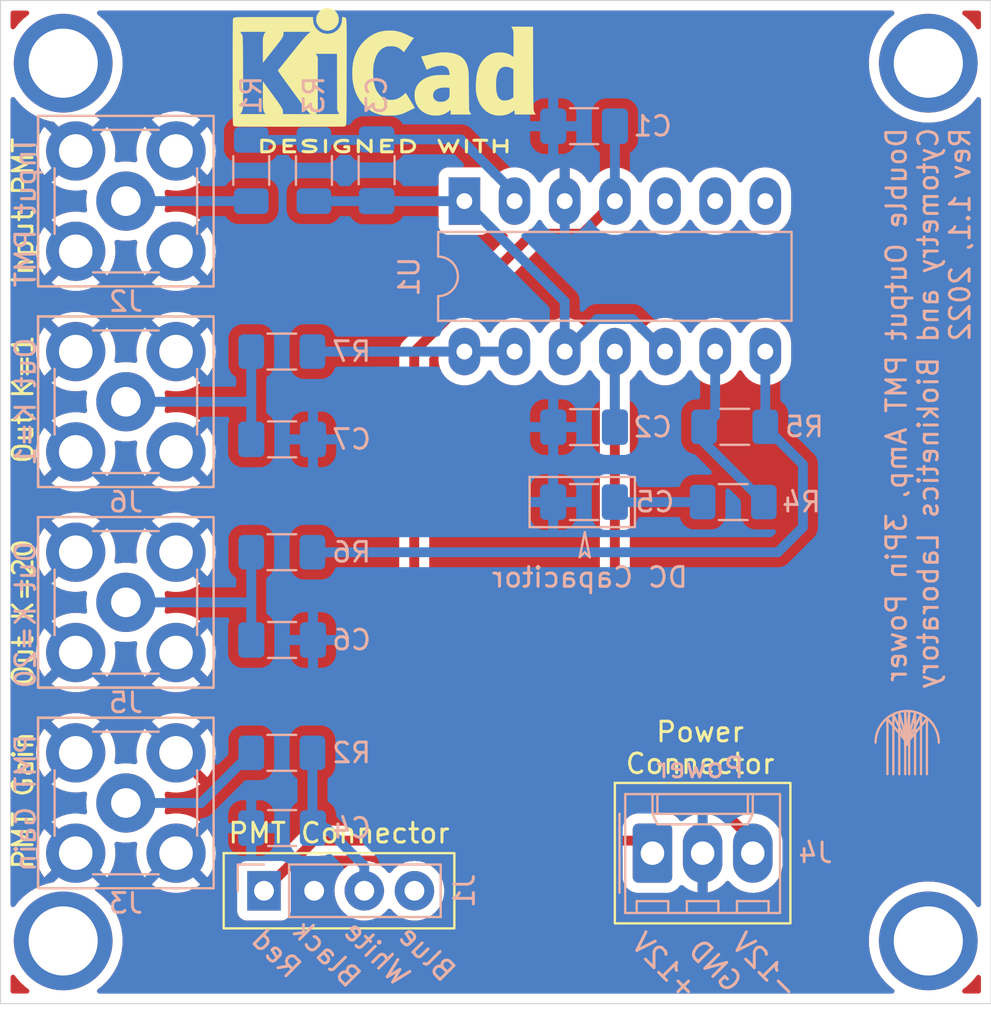
<source format=kicad_pcb>
(kicad_pcb (version 20211014) (generator pcbnew)
  (layers (0 "F.Cu" signal) (31 "B.Cu" signal) (34 "B.Paste" user) (35 "F.Paste" user) (36 "B.SilkS" user "B.Silkscreen") (37 "F.SilkS" user "F.Silkscreen") (38 "B.Mask" user) (39 "F.Mask" user) (44 "Edge.Cuts" user))
  (net 0 "")
  (net 1 "-12V")
  (net 2 "GND")
  (net 3 "+12V")
  (net 4 "Net-(C3-Pad2)")
  (net 5 "White")
  (net 6 "Blue")
  (net 7 "Net-(J2-Pad1)")
  (net 8 "Net-(J3-Pad1)")
  (net 9 "Net-(C3-Pad1)")
  (net 10 "Net-(C5-Pad2)")
  (net 11 "Net-(C7-Pad1)")
  (net 12 "Net-(C6-Pad1)")
  (net 13 "Net-(R4-Pad1)")
  (net 14 "Net-(R5-Pad1)")
  (net 15 "Net-(R7-Pad2)")
  (footprint "Symbol:KiCad-Logo2_6mm_SilkScreen" (layer "F.Cu") (at 183.888514 89.728848)
    (fp_text reference "REF**" hide)
    (fp_text value "KiCad-Logo2_6mm_SilkScreen" hide)
  )
  (footprint "Capacitor_SMD:C_1206_3216Metric_Pad1.33x1.80mm_HandSolder" (layer "B.Cu") (at 194.0225 92.725)
    (fp_text reference "C1" (at 3.4675 0) (layer "B.SilkS") (effects (justify mirror)))
    (fp_text value "0.33 μF")
    (pad "1" smd roundrect (at -1.5625 0) (size 1.325 1.8) (layers "B.Cu" "B.Paste" "B.Mask") (roundrect_rratio 0.1886792453) (net 2 "GND"))
    (pad "2" smd roundrect (at 1.5625 0) (size 1.325 1.8) (layers "B.Cu" "B.Paste" "B.Mask") (roundrect_rratio 0.1886792453) (net 3 "+12V"))
  )
  (footprint "Capacitor_SMD:C_1206_3216Metric_Pad1.33x1.80mm_HandSolder" (layer "B.Cu") (at 194.0225 107.965)
    (fp_text reference "C2" (at 3.4675 0) (layer "B.SilkS") (effects (justify mirror)))
    (fp_text value "0.33 μF")
    (pad "1" smd roundrect (at -1.5625 0) (size 1.325 1.8) (layers "B.Cu" "B.Paste" "B.Mask") (roundrect_rratio 0.1886792453) (net 2 "GND"))
    (pad "2" smd roundrect (at 1.5625 0) (size 1.325 1.8) (layers "B.Cu" "B.Paste" "B.Mask") (roundrect_rratio 0.1886792453) (net 1 "-12V"))
  )
  (footprint "Capacitor_SMD:C_1206_3216Metric_Pad1.33x1.80mm_HandSolder" (layer "B.Cu") (at 183.515 94.9575 90)
    (fp_text reference "C3" (at 3.81 0 90) (layer "B.SilkS") (effects (justify mirror)))
    (fp_text value "20 pF")
    (pad "1" smd roundrect (at -1.5625 0 90) (size 1.325 1.8) (layers "B.Cu" "B.Paste" "B.Mask") (roundrect_rratio 0.1886792453) (net 9 "Net-(C3-Pad1)"))
    (pad "2" smd roundrect (at 1.5625 0 90) (size 1.325 1.8) (layers "B.Cu" "B.Paste" "B.Mask") (roundrect_rratio 0.1886792453) (net 4 "Net-(C3-Pad2)"))
  )
  (footprint "Capacitor_SMD:C_1206_3216Metric_Pad1.33x1.80mm_HandSolder" (layer "B.Cu") (at 178.7275 128.27 180)
    (fp_text reference "C4" (at -3.5175 0) (layer "B.SilkS") (effects (justify mirror)))
    (fp_text value "10 nF")
    (pad "1" smd roundrect (at -1.5625 0 180) (size 1.325 1.8) (layers "B.Cu" "B.Paste" "B.Mask") (roundrect_rratio 0.1886792453) (net 5 "White"))
    (pad "2" smd roundrect (at 1.5625 0 180) (size 1.325 1.8) (layers "B.Cu" "B.Paste" "B.Mask") (roundrect_rratio 0.1886792453) (net 2 "GND"))
  )
  (footprint "Capacitor_SMD:C_1206_3216Metric_Pad1.33x1.80mm_HandSolder" (layer "B.Cu") (at 194.0175 111.76)
    (fp_text reference "C5" (at 3.5945 0) (layer "B.SilkS") (effects (justify mirror)))
    (fp_text value "10μF")
    (pad "1" smd roundrect (at -1.5625 0) (size 1.325 1.8) (layers "B.Cu" "B.Paste" "B.Mask") (roundrect_rratio 0.1886792453) (net 2 "GND"))
    (pad "2" smd roundrect (at 1.5625 0) (size 1.325 1.8) (layers "B.Cu" "B.Paste" "B.Mask") (roundrect_rratio 0.1886792453) (net 10 "Net-(C5-Pad2)"))
  )
  (footprint "Connector_PinHeader_2.54mm:PinHeader_1x04_P2.54mm_Vertical" (layer "B.Cu") (at 177.81 131.445 -90)
    (fp_text reference "J1" (at 0 -10.15 90) (layer "B.SilkS") (effects (justify mirror)))
    (fp_text value "Conn_01x04_Male")
    (pad "1" thru_hole rect (at 0 0 270) (size 2 1.7) (drill 1) (layers *.Cu *.Mask) (net 3 "+12V"))
    (pad "2" thru_hole oval (at 0 -2.54 270) (size 2 2) (drill 1) (layers *.Cu *.Mask) (net 2 "GND"))
    (pad "3" thru_hole oval (at 0 -5.08 270) (size 2 2) (drill 1) (layers *.Cu *.Mask) (net 5 "White"))
    (pad "4" thru_hole oval (at 0 -7.62 270) (size 2 2) (drill 1) (layers *.Cu *.Mask) (net 6 "Blue"))
  )
  (footprint "Connector_Coaxial:SMA_Amphenol_132291-12_Vertical" (layer "B.Cu") (at 170.815 96.52)
    (fp_text reference "J2" (at 0 5.08) (layer "B.SilkS") (effects (justify mirror)))
    (fp_text value "Conn_Coaxial")
    (pad "1" thru_hole circle (at 0 0) (size 3 3) (drill 1.5) (layers *.Cu *.Mask) (net 7 "Net-(J2-Pad1)"))
    (pad "2" thru_hole circle (at -2.54 2.54) (size 3 3) (drill 1.7) (layers *.Cu *.Mask) (net 2 "GND"))
    (pad "2" thru_hole circle (at -2.54 -2.54) (size 3 3) (drill 1.7) (layers *.Cu *.Mask) (net 2 "GND"))
    (pad "2" thru_hole circle (at 2.54 -2.54) (size 3 3) (drill 1.7) (layers *.Cu *.Mask) (net 2 "GND"))
    (pad "2" thru_hole circle (at 2.54 2.54) (size 3 3) (drill 1.7) (layers *.Cu *.Mask) (net 2 "GND"))
  )
  (footprint "Connector_Coaxial:SMA_Amphenol_132291-12_Vertical" (layer "B.Cu") (at 170.815 127)
    (fp_text reference "J3" (at 0 5.08) (layer "B.SilkS") (effects (justify mirror)))
    (fp_text value "Conn_Coaxial")
    (pad "1" thru_hole circle (at 0 0) (size 3 3) (drill 1.5) (layers *.Cu *.Mask) (net 8 "Net-(J3-Pad1)"))
    (pad "2" thru_hole circle (at 2.54 2.54) (size 3 3) (drill 1.7) (layers *.Cu *.Mask) (net 2 "GND"))
    (pad "2" thru_hole circle (at -2.54 -2.54) (size 3 3) (drill 1.7) (layers *.Cu *.Mask) (net 2 "GND"))
    (pad "2" thru_hole circle (at -2.54 2.54) (size 3 3) (drill 1.7) (layers *.Cu *.Mask) (net 2 "GND"))
    (pad "2" thru_hole circle (at 2.54 -2.54) (size 3 3) (drill 1.7) (layers *.Cu *.Mask) (net 2 "GND"))
  )
  (footprint "Connector_Coaxial:SMA_Amphenol_132291-12_Vertical" (layer "B.Cu") (at 170.815 106.68)
    (fp_text reference "J6" (at 0 5.08) (layer "B.SilkS") (effects (justify mirror)))
    (fp_text value "Conn_Coaxial")
    (pad "1" thru_hole circle (at 0 0) (size 3 3) (drill 1.5) (layers *.Cu *.Mask) (net 11 "Net-(C7-Pad1)"))
    (pad "2" thru_hole circle (at 2.54 -2.54) (size 3 3) (drill 1.7) (layers *.Cu *.Mask) (net 2 "GND"))
    (pad "2" thru_hole circle (at -2.54 2.54) (size 3 3) (drill 1.7) (layers *.Cu *.Mask) (net 2 "GND"))
    (pad "2" thru_hole circle (at 2.54 2.54) (size 3 3) (drill 1.7) (layers *.Cu *.Mask) (net 2 "GND"))
    (pad "2" thru_hole circle (at -2.54 -2.54) (size 3 3) (drill 1.7) (layers *.Cu *.Mask) (net 2 "GND"))
  )
  (footprint "Resistor_SMD:R_1206_3216Metric_Pad1.30x1.75mm_HandSolder" (layer "B.Cu") (at 177.165 94.97 -90)
    (fp_text reference "R1" (at -3.81 0 90) (layer "B.SilkS") (effects (justify mirror)))
    (fp_text value "100 Ohm")
    (pad "1" smd roundrect (at -1.55 0 270) (size 1.3 1.75) (layers "B.Cu" "B.Paste" "B.Mask") (roundrect_rratio 0.1923076923) (net 4 "Net-(C3-Pad2)"))
    (pad "2" smd roundrect (at 1.55 0 270) (size 1.3 1.75) (layers "B.Cu" "B.Paste" "B.Mask") (roundrect_rratio 0.1923076923) (net 7 "Net-(J2-Pad1)"))
  )
  (footprint "Resistor_SMD:R_1206_3216Metric_Pad1.30x1.75mm_HandSolder" (layer "B.Cu") (at 178.715 124.46 180)
    (fp_text reference "R2" (at -3.53 0) (layer "B.SilkS") (effects (justify mirror)))
    (fp_text value "1 kOhm")
    (pad "1" smd roundrect (at -1.55 0 180) (size 1.3 1.75) (layers "B.Cu" "B.Paste" "B.Mask") (roundrect_rratio 0.1923076923) (net 5 "White"))
    (pad "2" smd roundrect (at 1.55 0 180) (size 1.3 1.75) (layers "B.Cu" "B.Paste" "B.Mask") (roundrect_rratio 0.1923076923) (net 8 "Net-(J3-Pad1)"))
  )
  (footprint "Resistor_SMD:R_1206_3216Metric_Pad1.30x1.75mm_HandSolder" (layer "B.Cu") (at 180.34 94.97 90)
    (fp_text reference "R3" (at 3.81 0 90) (layer "B.SilkS") (effects (justify mirror)))
    (fp_text value "100 kOhm")
    (pad "1" smd roundrect (at -1.55 0 90) (size 1.3 1.75) (layers "B.Cu" "B.Paste" "B.Mask") (roundrect_rratio 0.1923076923) (net 9 "Net-(C3-Pad1)"))
    (pad "2" smd roundrect (at 1.55 0 90) (size 1.3 1.75) (layers "B.Cu" "B.Paste" "B.Mask") (roundrect_rratio 0.1923076923) (net 4 "Net-(C3-Pad2)"))
  )
  (footprint "Resistor_SMD:R_1206_3216Metric_Pad1.30x1.75mm_HandSolder" (layer "B.Cu") (at 201.65 107.95 180)
    (fp_text reference "R5" (at -3.53 0) (layer "B.SilkS") (effects (justify mirror)))
    (fp_text value "19 kOhm")
    (pad "1" smd roundrect (at -1.55 0 180) (size 1.3 1.75) (layers "B.Cu" "B.Paste" "B.Mask") (roundrect_rratio 0.1923076923) (net 14 "Net-(R5-Pad1)"))
    (pad "2" smd roundrect (at 1.55 0 180) (size 1.3 1.75) (layers "B.Cu" "B.Paste" "B.Mask") (roundrect_rratio 0.1923076923) (net 13 "Net-(R4-Pad1)"))
  )
  (footprint "Connector_Molex:Molex_KK-254_AE-6410-03A_1x03_P2.54mm_Vertical" (layer "B.Cu") (at 197.485 129.54)
    (fp_text reference "J4" (at 8.255 -0.02) (layer "B.SilkS") (effects (justify mirror)))
    (fp_text value "Conn_01x03_Male")
    (pad "1" thru_hole roundrect (at 0 0) (size 2 3) (drill 1.19) (layers *.Cu *.Mask) (roundrect_rratio 0.143678) (net 3 "+12V"))
    (pad "2" thru_hole oval (at 2.54 0) (size 2 3) (drill 1.19) (layers *.Cu *.Mask) (net 2 "GND"))
    (pad "3" thru_hole oval (at 5.08 0) (size 2 3) (drill 1.19) (layers *.Cu *.Mask) (net 1 "-12V"))
  )
  (footprint "Resistor_SMD:R_1206_3216Metric_Pad1.30x1.75mm_HandSolder" (layer "B.Cu") (at 178.715 114.3)
    (fp_text reference "R6" (at 3.53 0 180) (layer "B.SilkS") (effects (justify mirror)))
    (fp_text value "1.1 kOhm")
    (pad "1" smd roundrect (at -1.55 0) (size 1.3 1.75) (layers "B.Cu" "B.Paste" "B.Mask") (roundrect_rratio 0.1923076923) (net 12 "Net-(C6-Pad1)"))
    (pad "2" smd roundrect (at 1.55 0) (size 1.3 1.75) (layers "B.Cu" "B.Paste" "B.Mask") (roundrect_rratio 0.1923076923) (net 14 "Net-(R5-Pad1)"))
  )
  (footprint "Package_DIP:DIP-14_W7.62mm_LongPads" (layer "B.Cu") (at 187.96 96.52 -90)
    (fp_text reference "U1" (at 3.825 2.794 90) (layer "B.SilkS") (effects (justify mirror)))
    (fp_text value "TL074")
    (pad "1" thru_hole rect (at 0 0 270) (size 2.4 1.6) (drill 0.8) (layers *.Cu *.Mask) (net 9 "Net-(C3-Pad1)"))
    (pad "2" thru_hole oval (at 0 -2.54 270) (size 2.4 1.6) (drill 0.8) (layers *.Cu *.Mask) (net 4 "Net-(C3-Pad2)"))
    (pad "3" thru_hole oval (at 0 -5.08 270) (size 2.4 1.6) (drill 0.8) (layers *.Cu *.Mask) (net 2 "GND"))
    (pad "4" thru_hole oval (at 0 -7.62 270) (size 2.4 1.6) (drill 0.8) (layers *.Cu *.Mask) (net 3 "+12V"))
    (pad "5" thru_hole oval (at 0 -10.16 270) (size 2.4 1.6) (drill 0.8) (layers *.Cu *.Mask))
    (pad "6" thru_hole oval (at 0 -12.7 270) (size 2.4 1.6) (drill 0.8) (layers *.Cu *.Mask))
    (pad "7" thru_hole oval (at 0 -15.24 270) (size 2.4 1.6) (drill 0.8) (layers *.Cu *.Mask))
    (pad "8" thru_hole oval (at 7.62 -15.24 270) (size 2.4 1.6) (drill 0.8) (layers *.Cu *.Mask) (net 14 "Net-(R5-Pad1)"))
    (pad "9" thru_hole oval (at 7.62 -12.7 270) (size 2.4 1.6) (drill 0.8) (layers *.Cu *.Mask) (net 13 "Net-(R4-Pad1)"))
    (pad "10" thru_hole oval (at 7.62 -10.16 270) (size 2.4 1.6) (drill 0.8) (layers *.Cu *.Mask) (net 9 "Net-(C3-Pad1)"))
    (pad "11" thru_hole oval (at 7.62 -7.62 270) (size 2.4 1.6) (drill 0.8) (layers *.Cu *.Mask) (net 1 "-12V"))
    (pad "12" thru_hole oval (at 7.62 -5.08 270) (size 2.4 1.6) (drill 0.8) (layers *.Cu *.Mask) (net 9 "Net-(C3-Pad1)"))
    (pad "13" thru_hole oval (at 7.62 -2.54 270) (size 2.4 1.6) (drill 0.8) (layers *.Cu *.Mask) (net 15 "Net-(R7-Pad2)"))
    (pad "14" thru_hole oval (at 7.62 0 270) (size 2.4 1.6) (drill 0.8) (layers *.Cu *.Mask) (net 15 "Net-(R7-Pad2)"))
  )
  (footprint "Connector_Coaxial:SMA_Amphenol_132291-12_Vertical" (layer "B.Cu") (at 170.815 116.84 180)
    (fp_text reference "J5" (at 0 -5.08) (layer "B.SilkS") (effects (justify mirror)))
    (fp_text value "Conn_Coaxial")
    (pad "1" thru_hole circle (at 0 0 180) (size 3 3) (drill 1.5) (layers *.Cu *.Mask) (net 12 "Net-(C6-Pad1)"))
    (pad "2" thru_hole circle (at -2.54 2.54 180) (size 3 3) (drill 1.7) (layers *.Cu *.Mask) (net 2 "GND"))
    (pad "2" thru_hole circle (at -2.54 -2.54 180) (size 3 3) (drill 1.7) (layers *.Cu *.Mask) (net 2 "GND"))
    (pad "2" thru_hole circle (at 2.54 2.54 180) (size 3 3) (drill 1.7) (layers *.Cu *.Mask) (net 2 "GND"))
    (pad "2" thru_hole circle (at 2.54 -2.54 180) (size 3 3) (drill 1.7) (layers *.Cu *.Mask) (net 2 "GND"))
  )
  (footprint "Resistor_SMD:R_1206_3216Metric_Pad1.30x1.75mm_HandSolder" (layer "B.Cu") (at 201.575 111.76 180)
    (fp_text reference "R4" (at -3.455 0) (layer "B.SilkS") (effects (justify mirror)))
    (fp_text value "1 kOhm")
    (pad "1" smd roundrect (at -1.55 0 180) (size 1.3 1.75) (layers "B.Cu" "B.Paste" "B.Mask") (roundrect_rratio 0.1923076923) (net 13 "Net-(R4-Pad1)"))
    (pad "2" smd roundrect (at 1.55 0 180) (size 1.3 1.75) (layers "B.Cu" "B.Paste" "B.Mask") (roundrect_rratio 0.1923076923) (net 10 "Net-(C5-Pad2)"))
  )
  (footprint "Capacitor_SMD:C_1206_3216Metric_Pad1.33x1.80mm_HandSolder" (layer "B.Cu") (at 178.7275 118.745)
    (fp_text reference "C6" (at 3.5175 0 180) (layer "B.SilkS") (effects (justify mirror)))
    (fp_text value "1-2.2 nF")
    (pad "1" smd roundrect (at -1.5625 0) (size 1.325 1.8) (layers "B.Cu" "B.Paste" "B.Mask") (roundrect_rratio 0.1886792453) (net 12 "Net-(C6-Pad1)"))
    (pad "2" smd roundrect (at 1.5625 0) (size 1.325 1.8) (layers "B.Cu" "B.Paste" "B.Mask") (roundrect_rratio 0.1886792453) (net 2 "GND"))
  )
  (footprint "Capacitor_SMD:C_1206_3216Metric_Pad1.33x1.80mm_HandSolder" (layer "B.Cu") (at 178.7275 108.585)
    (fp_text reference "C7" (at 3.5175 0 180) (layer "B.SilkS") (effects (justify mirror)))
    (fp_text value "1-2.2 nF")
    (pad "1" smd roundrect (at -1.5625 0) (size 1.325 1.8) (layers "B.Cu" "B.Paste" "B.Mask") (roundrect_rratio 0.1886792453) (net 11 "Net-(C7-Pad1)"))
    (pad "2" smd roundrect (at 1.5625 0) (size 1.325 1.8) (layers "B.Cu" "B.Paste" "B.Mask") (roundrect_rratio 0.1886792453) (net 2 "GND"))
  )
  (footprint "Resistor_SMD:R_1206_3216Metric_Pad1.30x1.75mm_HandSolder" (layer "B.Cu") (at 178.715 104.14)
    (fp_text reference "R7" (at 3.53 0 180) (layer "B.SilkS") (effects (justify mirror)))
    (fp_text value "1.1 kOhm")
    (pad "1" smd roundrect (at -1.55 0) (size 1.3 1.75) (layers "B.Cu" "B.Paste" "B.Mask") (roundrect_rratio 0.1923076923) (net 11 "Net-(C7-Pad1)"))
    (pad "2" smd roundrect (at 1.55 0) (size 1.3 1.75) (layers "B.Cu" "B.Paste" "B.Mask") (roundrect_rratio 0.1923076923) (net 15 "Net-(R7-Pad2)"))
  )
  (gr_rect (start 166.37 102.362) (end 175.26 110.998) (layer "B.SilkS") (width 0.12) (fill none))
  (gr_line (start 211.385 122.74) (end 211.385 125.54) (layer "B.SilkS") (width 0.12))
  (gr_arc (start 208.785 123.94) (mid 210.385 122.34) (end 211.985 123.94) (layer "B.SilkS") (width 0.12))
  (gr_line (start 210.385 123.94) (end 210.485 122.34) (layer "B.SilkS") (width 0.12))
  (gr_line (start 209.985 122.44) (end 209.985 125.54) (layer "B.SilkS") (width 0.12))
  (gr_line (start 210.385 123.94) (end 209.985 122.44) (layer "B.SilkS") (width 0.12))
  (gr_line (start 193.802 114.554) (end 194.056 114.3) (layer "B.SilkS") (width 0.12))
  (gr_line (start 210.285 122.34) (end 210.285 125.54) (layer "B.SilkS") (width 0.12))
  (gr_rect (start 166.37 112.522) (end 175.26 121.158) (layer "B.SilkS") (width 0.12) (fill none))
  (gr_line (start 209.685 122.54) (end 209.685 125.54) (layer "B.SilkS") (width 0.12))
  (gr_line (start 211.085 122.54) (end 211.085 125.54) (layer "B.SilkS") (width 0.12))
  (gr_rect (start 166.37 92.202) (end 175.26 100.838) (layer "B.SilkS") (width 0.12) (fill none))
  (gr_rect (start 191.262 113.03) (end 196.596 110.49) (layer "B.SilkS") (width 0.12) (fill none))
  (gr_line (start 210.385 123.94) (end 211.085 122.54) (layer "B.SilkS") (width 0.12))
  (gr_line (start 194.056 114.3) (end 194.31 114.554) (layer "B.SilkS") (width 0.12))
  (gr_line (start 210.385 123.94) (end 210.785 122.44) (layer "B.SilkS") (width 0.12))
  (gr_line (start 210.785 122.44) (end 210.785 125.54) (layer "B.SilkS") (width 0.12))
  (gr_line (start 210.385 123.94) (end 211.385 122.74) (layer "B.SilkS") (width 0.12))
  (gr_line (start 210.385 123.94) (end 209.385 122.74) (layer "B.SilkS") (width 0.12))
  (gr_line (start 209.385 122.74) (end 209.385 125.54) (layer "B.SilkS") (width 0.12))
  (gr_circle (center 210.385 123.94) (end 210.285 123.94) (layer "B.SilkS") (width 0.12) (fill none))
  (gr_line (start 210.385 123.94) (end 210.285 122.34) (layer "B.SilkS") (width 0.12))
  (gr_line (start 210.485 122.34) (end 210.485 125.54) (layer "B.SilkS") (width 0.12))
  (gr_line (start 194.31 114.554) (end 194.056 113.284) (layer "B.SilkS") (width 0.12))
  (gr_line (start 194.056 113.284) (end 193.802 114.554) (layer "B.SilkS") (width 0.12))
  (gr_line (start 210.385 123.94) (end 209.685 122.54) (layer "B.SilkS") (width 0.12))
  (gr_rect (start 166.37 122.682) (end 175.26 131.318) (layer "B.SilkS") (width 0.12) (fill none))
  (gr_rect (start 166.37 92.202) (end 175.26 100.838) (layer "F.SilkS") (width 0.12) (fill none))
  (gr_rect (start 195.58 125.984) (end 204.47 133.096) (layer "F.SilkS") (width 0.12) (fill none))
  (gr_rect (start 166.37 122.682) (end 175.26 131.318) (layer "F.SilkS") (width 0.12) (fill none))
  (gr_rect (start 175.768 129.54) (end 187.452 133.35) (layer "F.SilkS") (width 0.12) (fill none))
  (gr_rect (start 166.37 112.522) (end 175.26 121.158) (layer "F.SilkS") (width 0.12) (fill none))
  (gr_rect (start 166.37 102.362) (end 175.26 110.998) (layer "F.SilkS") (width 0.12) (fill none))
  (gr_rect (start 164.465 86.36) (end 214.63 137.16) (layer "Edge.Cuts") (width 0.05) (fill none))
  (gr_text "White" (at 183.515 134.62 315) (layer "B.SilkS") (effects (font (size 1 1)) (justify mirror)))
  (gr_text "+12V" (at 198.12 135.255 315) (layer "B.SilkS") (effects (font (size 1 1)) (justify mirror)))
  (gr_text "Out K=20" (at 165.735 117.475 90) (layer "B.SilkS") (effects (font (size 1 1)) (justify mirror)))
  (gr_text "Red" (at 178.435 134.62 315) (layer "B.SilkS") (effects (font (size 1 1)) (justify mirror)))
  (gr_text "Double Output PMT Amp, 3Pin Power\nCytometry and Biokinetics Laboratory\nRev 1.1, 2022" (at 211.455 92.71 90) (layer "B.SilkS") (effects (font (size 1 1)) (justify left mirror)))
  (gr_text "Input PMT" (at 165.735 97.155 90) (layer "B.SilkS") (effects (font (size 1 1)) (justify mirror)))
  (gr_text "DC Capacitor" (at 194.31 115.57) (layer "B.SilkS") (effects (font (size 1 1)) (justify mirror)))
  (gr_text "Power" (at 199.898 125.222) (layer "B.SilkS") (effects (font (size 1 1)) (justify mirror)))
  (gr_text "Black" (at 180.975 134.62 315) (layer "B.SilkS") (effects (font (size 1 1)) (justify mirror)))
  (gr_text "Blue" (at 186.055 134.62 315) (layer "B.SilkS") (effects (font (size 1 1)) (justify mirror)))
  (gr_text "-12V" (at 203.2 135.255 315) (layer "B.SilkS") (effects (font (size 1 1)) (justify mirror)))
  (gr_text "PMT Gain" (at 165.735 127 90) (layer "B.SilkS") (effects (font (size 1 1)) (justify mirror)))
  (gr_text "Out K=1" (at 165.735 106.68 90) (layer "B.SilkS") (effects (font (size 1 1)) (justify mirror)))
  (gr_text "GND" (at 200.66 135.255 315) (layer "B.SilkS") (effects (font (size 1 1)) (justify mirror)))
  (gr_text "PMT Gain" (at 165.608 126.873 90) (layer "F.SilkS") (effects (font (size 1 1))))
  (gr_text "Out K=1" (at 165.608 106.553 90) (layer "F.SilkS") (effects (font (size 1 1))))
  (gr_text "Input PMT" (at 165.608 97.028 90) (layer "F.SilkS") (effects (font (size 1 1))))
  (gr_text "Power\nConnector" (at 199.898 124.206) (layer "F.SilkS") (effects (font (size 1 1))))
  (gr_text "PMT Connector" (at 181.61 128.524) (layer "F.SilkS") (effects (font (size 1 1))))
  (gr_text "Out K=20" (at 165.608 117.348 90) (layer "F.SilkS") (effects (font (size 1 1))))
  (via (at 211.455 89.535) (size 5) (drill 3.5) (layers "F.Cu" "B.Cu") (net 0))
  (via (at 167.64 133.985) (size 5) (drill 3.5) (layers "F.Cu" "B.Cu") (net 0))
  (via (at 167.64 89.535) (size 5) (drill 3.5) (layers "F.Cu" "B.Cu") (net 0))
  (via (at 211.455 133.985) (size 5) (drill 3.5) (layers "F.Cu" "B.Cu") (net 0))
  (segment (start 195.58 121.92) (end 195.58 104.14) (width 0.5) (layer "F.Cu") (net 1))
  (segment (start 202.565 129.54) (end 202.565 128.905) (width 0.5) (layer "F.Cu") (net 1))
  (segment (start 202.565 128.905) (end 195.58 121.92) (width 0.5) (layer "F.Cu") (net 1))
  (segment (start 195.58 104.14) (end 195.58 107.96) (width 0.5) (layer "B.Cu") (net 1))
  (segment (start 195.58 107.96) (end 195.585 107.965) (width 0.5) (layer "B.Cu") (net 1))
  (segment (start 177.81 131.445) (end 180.35 128.905) (width 0.5) (layer "F.Cu") (net 3))
  (segment (start 193.93 98.17) (end 191.39 98.17) (width 0.5) (layer "F.Cu") (net 3))
  (segment (start 185.42 128.905) (end 196.85 128.905) (width 0.5) (layer "F.Cu") (net 3))
  (segment (start 185.42 104.14) (end 185.42 128.905) (width 0.5) (layer "F.Cu") (net 3))
  (segment (start 196.85 128.905) (end 197.485 129.54) (width 0.5) (layer "F.Cu") (net 3))
  (segment (start 191.39 98.17) (end 185.42 104.14) (width 0.5) (layer "F.Cu") (net 3))
  (segment (start 180.35 128.905) (end 185.42 128.905) (width 0.5) (layer "F.Cu") (net 3))
  (segment (start 195.58 96.52) (end 193.93 98.17) (width 0.5) (layer "F.Cu") (net 3))
  (segment (start 195.58 96.52) (end 195.58 92.73) (width 0.5) (layer "B.Cu") (net 3))
  (segment (start 195.58 92.73) (end 195.585 92.725) (width 0.5) (layer "B.Cu") (net 3))
  (segment (start 177.165 93.42) (end 180.34 93.42) (width 0.5) (layer "B.Cu") (net 4))
  (segment (start 190.5 96.12) (end 190.5 96.52) (width 0.5) (layer "B.Cu") (net 4))
  (segment (start 187.775 93.395) (end 190.5 96.12) (width 0.5) (layer "B.Cu") (net 4))
  (segment (start 180.34 93.42) (end 183.49 93.42) (width 0.5) (layer "B.Cu") (net 4))
  (segment (start 183.515 93.395) (end 187.775 93.395) (width 0.5) (layer "B.Cu") (net 4))
  (segment (start 183.49 93.42) (end 183.515 93.395) (width 0.5) (layer "B.Cu") (net 4))
  (segment (start 180.265 124.46) (end 180.265 128.245) (width 0.5) (layer "B.Cu") (net 5))
  (segment (start 180.975 128.27) (end 182.89 130.185) (width 0.5) (layer "B.Cu") (net 5))
  (segment (start 180.29 128.27) (end 180.975 128.27) (width 0.5) (layer "B.Cu") (net 5))
  (segment (start 180.265 128.245) (end 180.29 128.27) (width 0.5) (layer "B.Cu") (net 5))
  (segment (start 182.89 130.185) (end 182.89 131.445) (width 0.5) (layer "B.Cu") (net 5))
  (segment (start 170.815 96.52) (end 177.165 96.52) (width 0.5) (layer "B.Cu") (net 7))
  (segment (start 174.625 127) (end 177.165 124.46) (width 0.5) (layer "B.Cu") (net 8))
  (segment (start 170.815 127) (end 174.625 127) (width 0.5) (layer "B.Cu") (net 8))
  (segment (start 180.34 96.52) (end 183.515 96.52) (width 0.5) (layer "B.Cu") (net 9))
  (segment (start 194.69 102.49) (end 196.47 102.49) (width 0.5) (layer "B.Cu") (net 9))
  (segment (start 193.04 104.14) (end 194.69 102.49) (width 0.5) (layer "B.Cu") (net 9))
  (segment (start 196.47 102.49) (end 198.12 104.14) (width 0.5) (layer "B.Cu") (net 9))
  (segment (start 187.96 96.52) (end 193.04 101.6) (width 0.5) (layer "B.Cu") (net 9))
  (segment (start 183.515 96.52) (end 187.96 96.52) (width 0.5) (layer "B.Cu") (net 9))
  (segment (start 193.04 101.6) (end 193.04 104.14) (width 0.5) (layer "B.Cu") (net 9))
  (segment (start 200.025 111.76) (end 195.58 111.76) (width 0.5) (layer "B.Cu") (net 10))
  (segment (start 170.815 106.68) (end 177.165 106.68) (width 0.5) (layer "B.Cu") (net 11))
  (segment (start 177.165 104.14) (end 177.165 106.68) (width 0.5) (layer "B.Cu") (net 11))
  (segment (start 177.165 106.68) (end 177.165 108.585) (width 0.5) (layer "B.Cu") (net 11))
  (segment (start 177.165 116.84) (end 177.165 118.745) (width 0.5) (layer "B.Cu") (net 12))
  (segment (start 170.815 116.84) (end 177.165 116.84) (width 0.5) (layer "B.Cu") (net 12))
  (segment (start 177.165 114.3) (end 177.165 116.84) (width 0.5) (layer "B.Cu") (net 12))
  (segment (start 200.1 108.735) (end 203.125 111.76) (width 0.5) (layer "B.Cu") (net 13))
  (segment (start 200.1 107.95) (end 200.1 108.735) (width 0.5) (layer "B.Cu") (net 13))
  (segment (start 200.66 107.39) (end 200.1 107.95) (width 0.5) (layer "B.Cu") (net 13))
  (segment (start 200.66 104.14) (end 200.66 107.39) (width 0.5) (layer "B.Cu") (net 13))
  (segment (start 203.835 114.3) (end 180.265 114.3) (width 0.5) (layer "B.Cu") (net 14))
  (segment (start 205.105 109.855) (end 205.105 113.03) (width 0.5) (layer "B.Cu") (net 14))
  (segment (start 203.2 107.95) (end 205.105 109.855) (width 0.5) (layer "B.Cu") (net 14))
  (segment (start 205.105 113.03) (end 203.835 114.3) (width 0.5) (layer "B.Cu") (net 14))
  (segment (start 203.2 104.14) (end 203.2 107.95) (width 0.5) (layer "B.Cu") (net 14))
  (segment (start 187.96 104.14) (end 180.265 104.14) (width 0.5) (layer "B.Cu") (net 15))
  (segment (start 190.5 104.14) (end 187.96 104.14) (width 0.5) (layer "B.Cu") (net 15))
  (zone (net 2) (net_name "GND") (layer "F.Cu") (connect_pads (clearance 0.508)) (min_thickness 0.254) (fill yes (thermal_gap 0.508) (thermal_bridge_width 0.508) (island_removal_mode 1) (island_area_min 0))
    (polygon (pts (xy 214.63 137.16) (xy 164.465 137.16) (xy 164.465 86.36) (xy 214.63 86.36)))
  )
  (zone (net 2) (net_name "GND") (layer "B.Cu") (connect_pads (clearance 0.508)) (min_thickness 0.254) (fill yes (thermal_gap 0.508) (thermal_bridge_width 0.508))
    (polygon (pts (xy 214.63 137.16) (xy 164.465 137.16) (xy 164.465 86.36) (xy 214.63 86.36)))
  )
)
</source>
